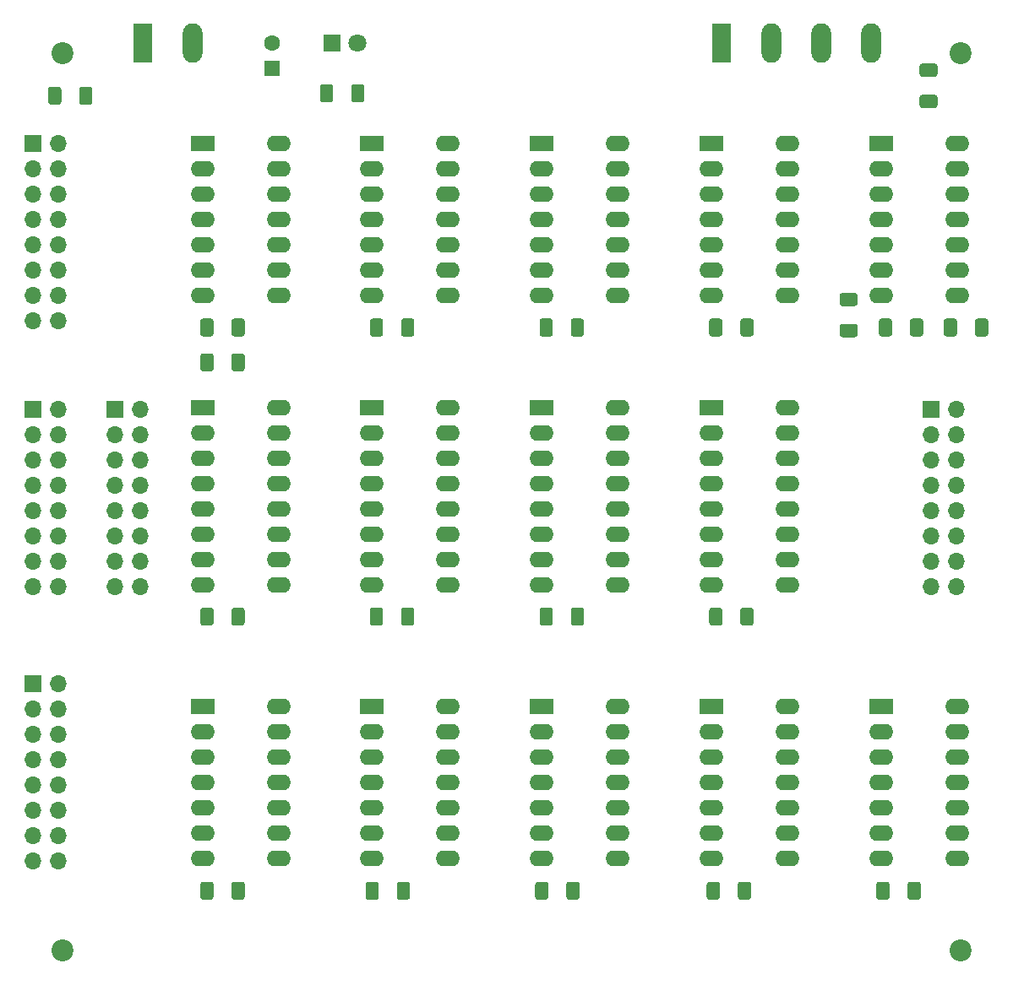
<source format=gbr>
%TF.GenerationSoftware,KiCad,Pcbnew,(5.1.9)-1*%
%TF.CreationDate,2022-02-24T19:51:09-05:00*%
%TF.ProjectId,exorcisortry2,65786f72-6369-4736-9f72-747279322e6b,rev?*%
%TF.SameCoordinates,Original*%
%TF.FileFunction,Soldermask,Top*%
%TF.FilePolarity,Negative*%
%FSLAX46Y46*%
G04 Gerber Fmt 4.6, Leading zero omitted, Abs format (unit mm)*
G04 Created by KiCad (PCBNEW (5.1.9)-1) date 2022-02-24 19:51:09*
%MOMM*%
%LPD*%
G01*
G04 APERTURE LIST*
%ADD10O,1.700000X1.700000*%
%ADD11R,1.700000X1.700000*%
%ADD12O,2.400000X1.600000*%
%ADD13R,2.400000X1.600000*%
%ADD14R,1.980000X3.960000*%
%ADD15O,1.980000X3.960000*%
%ADD16C,2.200000*%
%ADD17R,1.800000X1.800000*%
%ADD18C,1.800000*%
%ADD19C,1.600000*%
%ADD20R,1.600000X1.600000*%
G04 APERTURE END LIST*
D10*
%TO.C,J3*%
X144540000Y-90750000D03*
X144540000Y-93290000D03*
X144540000Y-95830000D03*
X144540000Y-98370000D03*
X144540000Y-100910000D03*
X144540000Y-103450000D03*
X144540000Y-105990000D03*
X144540000Y-108530000D03*
X142000000Y-108530000D03*
X142000000Y-105990000D03*
X142000000Y-103450000D03*
X142000000Y-100910000D03*
X142000000Y-98370000D03*
X142000000Y-95830000D03*
X142000000Y-93290000D03*
D11*
X142000000Y-90750000D03*
%TD*%
D10*
%TO.C,J3*%
X62790000Y-90750000D03*
X62790000Y-93290000D03*
X62790000Y-95830000D03*
X62790000Y-98370000D03*
X62790000Y-100910000D03*
X62790000Y-103450000D03*
X62790000Y-105990000D03*
X62790000Y-108530000D03*
X60250000Y-108530000D03*
X60250000Y-105990000D03*
X60250000Y-103450000D03*
X60250000Y-100910000D03*
X60250000Y-98370000D03*
X60250000Y-95830000D03*
X60250000Y-93290000D03*
D11*
X60250000Y-90750000D03*
%TD*%
%TO.C,C2*%
G36*
G01*
X54850000Y-58599998D02*
X54850000Y-59900002D01*
G75*
G02*
X54600002Y-60150000I-249998J0D01*
G01*
X53774998Y-60150000D01*
G75*
G02*
X53525000Y-59900002I0J249998D01*
G01*
X53525000Y-58599998D01*
G75*
G02*
X53774998Y-58350000I249998J0D01*
G01*
X54600002Y-58350000D01*
G75*
G02*
X54850000Y-58599998I0J-249998D01*
G01*
G37*
G36*
G01*
X57975000Y-58599998D02*
X57975000Y-59900002D01*
G75*
G02*
X57725002Y-60150000I-249998J0D01*
G01*
X56899998Y-60150000D01*
G75*
G02*
X56650000Y-59900002I0J249998D01*
G01*
X56650000Y-58599998D01*
G75*
G02*
X56899998Y-58350000I249998J0D01*
G01*
X57725002Y-58350000D01*
G75*
G02*
X57975000Y-58599998I0J-249998D01*
G01*
G37*
%TD*%
%TO.C,C6*%
G36*
G01*
X104100000Y-81849998D02*
X104100000Y-83150002D01*
G75*
G02*
X103850002Y-83400000I-249998J0D01*
G01*
X103024998Y-83400000D01*
G75*
G02*
X102775000Y-83150002I0J249998D01*
G01*
X102775000Y-81849998D01*
G75*
G02*
X103024998Y-81600000I249998J0D01*
G01*
X103850002Y-81600000D01*
G75*
G02*
X104100000Y-81849998I0J-249998D01*
G01*
G37*
G36*
G01*
X107225000Y-81849998D02*
X107225000Y-83150002D01*
G75*
G02*
X106975002Y-83400000I-249998J0D01*
G01*
X106149998Y-83400000D01*
G75*
G02*
X105900000Y-83150002I0J249998D01*
G01*
X105900000Y-81849998D01*
G75*
G02*
X106149998Y-81600000I249998J0D01*
G01*
X106975002Y-81600000D01*
G75*
G02*
X107225000Y-81849998I0J-249998D01*
G01*
G37*
%TD*%
D12*
%TO.C,UB5*%
X127620000Y-90500000D03*
X120000000Y-108280000D03*
X127620000Y-93040000D03*
X120000000Y-105740000D03*
X127620000Y-95580000D03*
X120000000Y-103200000D03*
X127620000Y-98120000D03*
X120000000Y-100660000D03*
X127620000Y-100660000D03*
X120000000Y-98120000D03*
X127620000Y-103200000D03*
X120000000Y-95580000D03*
X127620000Y-105740000D03*
X120000000Y-93040000D03*
X127620000Y-108280000D03*
D13*
X120000000Y-90500000D03*
%TD*%
D14*
%TO.C,J5*%
X121000000Y-54000000D03*
D15*
X126000000Y-54000000D03*
X136000000Y-54000000D03*
X131000000Y-54000000D03*
%TD*%
D16*
%TO.C,REF\u002A\u002A*%
X145000000Y-55000000D03*
%TD*%
D14*
%TO.C,J4*%
X63000000Y-54000000D03*
D15*
X68000000Y-54000000D03*
%TD*%
D10*
%TO.C,J2*%
X54540000Y-118220000D03*
X54540000Y-120760000D03*
X54540000Y-123300000D03*
X54540000Y-125840000D03*
X54540000Y-128380000D03*
X54540000Y-130920000D03*
X54540000Y-133460000D03*
X54540000Y-136000000D03*
X52000000Y-136000000D03*
X52000000Y-133460000D03*
X52000000Y-130920000D03*
X52000000Y-128380000D03*
X52000000Y-125840000D03*
X52000000Y-123300000D03*
X52000000Y-120760000D03*
D11*
X52000000Y-118220000D03*
%TD*%
D10*
%TO.C,J3*%
X54540000Y-90750000D03*
X54540000Y-93290000D03*
X54540000Y-95830000D03*
X54540000Y-98370000D03*
X54540000Y-100910000D03*
X54540000Y-103450000D03*
X54540000Y-105990000D03*
X54540000Y-108530000D03*
X52000000Y-108530000D03*
X52000000Y-105990000D03*
X52000000Y-103450000D03*
X52000000Y-100910000D03*
X52000000Y-98370000D03*
X52000000Y-95830000D03*
X52000000Y-93290000D03*
D11*
X52000000Y-90750000D03*
%TD*%
D10*
%TO.C,J1*%
X54540000Y-64000000D03*
X54540000Y-66540000D03*
X54540000Y-69080000D03*
X54540000Y-71620000D03*
X54540000Y-74160000D03*
X54540000Y-76700000D03*
X54540000Y-79240000D03*
X54540000Y-81780000D03*
X52000000Y-81780000D03*
X52000000Y-79240000D03*
X52000000Y-76700000D03*
X52000000Y-74160000D03*
X52000000Y-71620000D03*
X52000000Y-69080000D03*
X52000000Y-66540000D03*
D11*
X52000000Y-64000000D03*
%TD*%
D12*
%TO.C,UB3*%
X93620000Y-90500000D03*
X86000000Y-108280000D03*
X93620000Y-93040000D03*
X86000000Y-105740000D03*
X93620000Y-95580000D03*
X86000000Y-103200000D03*
X93620000Y-98120000D03*
X86000000Y-100660000D03*
X93620000Y-100660000D03*
X86000000Y-98120000D03*
X93620000Y-103200000D03*
X86000000Y-95580000D03*
X93620000Y-105740000D03*
X86000000Y-93040000D03*
X93620000Y-108280000D03*
D13*
X86000000Y-90500000D03*
%TD*%
D16*
%TO.C,REF\u002A\u002A*%
X145000000Y-145000000D03*
%TD*%
%TO.C,REF\u002A\u002A*%
X55000000Y-145000000D03*
%TD*%
%TO.C,REF\u002A\u002A*%
X55000000Y-55000000D03*
%TD*%
%TO.C,C17*%
G36*
G01*
X137850000Y-138349998D02*
X137850000Y-139650002D01*
G75*
G02*
X137600002Y-139900000I-249998J0D01*
G01*
X136774998Y-139900000D01*
G75*
G02*
X136525000Y-139650002I0J249998D01*
G01*
X136525000Y-138349998D01*
G75*
G02*
X136774998Y-138100000I249998J0D01*
G01*
X137600002Y-138100000D01*
G75*
G02*
X137850000Y-138349998I0J-249998D01*
G01*
G37*
G36*
G01*
X140975000Y-138349998D02*
X140975000Y-139650002D01*
G75*
G02*
X140725002Y-139900000I-249998J0D01*
G01*
X139899998Y-139900000D01*
G75*
G02*
X139650000Y-139650002I0J249998D01*
G01*
X139650000Y-138349998D01*
G75*
G02*
X139899998Y-138100000I249998J0D01*
G01*
X140725002Y-138100000D01*
G75*
G02*
X140975000Y-138349998I0J-249998D01*
G01*
G37*
%TD*%
%TO.C,C16*%
G36*
G01*
X120850000Y-138349998D02*
X120850000Y-139650002D01*
G75*
G02*
X120600002Y-139900000I-249998J0D01*
G01*
X119774998Y-139900000D01*
G75*
G02*
X119525000Y-139650002I0J249998D01*
G01*
X119525000Y-138349998D01*
G75*
G02*
X119774998Y-138100000I249998J0D01*
G01*
X120600002Y-138100000D01*
G75*
G02*
X120850000Y-138349998I0J-249998D01*
G01*
G37*
G36*
G01*
X123975000Y-138349998D02*
X123975000Y-139650002D01*
G75*
G02*
X123725002Y-139900000I-249998J0D01*
G01*
X122899998Y-139900000D01*
G75*
G02*
X122650000Y-139650002I0J249998D01*
G01*
X122650000Y-138349998D01*
G75*
G02*
X122899998Y-138100000I249998J0D01*
G01*
X123725002Y-138100000D01*
G75*
G02*
X123975000Y-138349998I0J-249998D01*
G01*
G37*
%TD*%
%TO.C,C15*%
G36*
G01*
X103662500Y-138349998D02*
X103662500Y-139650002D01*
G75*
G02*
X103412502Y-139900000I-249998J0D01*
G01*
X102587498Y-139900000D01*
G75*
G02*
X102337500Y-139650002I0J249998D01*
G01*
X102337500Y-138349998D01*
G75*
G02*
X102587498Y-138100000I249998J0D01*
G01*
X103412502Y-138100000D01*
G75*
G02*
X103662500Y-138349998I0J-249998D01*
G01*
G37*
G36*
G01*
X106787500Y-138349998D02*
X106787500Y-139650002D01*
G75*
G02*
X106537502Y-139900000I-249998J0D01*
G01*
X105712498Y-139900000D01*
G75*
G02*
X105462500Y-139650002I0J249998D01*
G01*
X105462500Y-138349998D01*
G75*
G02*
X105712498Y-138100000I249998J0D01*
G01*
X106537502Y-138100000D01*
G75*
G02*
X106787500Y-138349998I0J-249998D01*
G01*
G37*
%TD*%
%TO.C,C14*%
G36*
G01*
X86662500Y-138349998D02*
X86662500Y-139650002D01*
G75*
G02*
X86412502Y-139900000I-249998J0D01*
G01*
X85587498Y-139900000D01*
G75*
G02*
X85337500Y-139650002I0J249998D01*
G01*
X85337500Y-138349998D01*
G75*
G02*
X85587498Y-138100000I249998J0D01*
G01*
X86412502Y-138100000D01*
G75*
G02*
X86662500Y-138349998I0J-249998D01*
G01*
G37*
G36*
G01*
X89787500Y-138349998D02*
X89787500Y-139650002D01*
G75*
G02*
X89537502Y-139900000I-249998J0D01*
G01*
X88712498Y-139900000D01*
G75*
G02*
X88462500Y-139650002I0J249998D01*
G01*
X88462500Y-138349998D01*
G75*
G02*
X88712498Y-138100000I249998J0D01*
G01*
X89537502Y-138100000D01*
G75*
G02*
X89787500Y-138349998I0J-249998D01*
G01*
G37*
%TD*%
D12*
%TO.C,UA5*%
X127620000Y-120500000D03*
X120000000Y-135740000D03*
X127620000Y-123040000D03*
X120000000Y-133200000D03*
X127620000Y-125580000D03*
X120000000Y-130660000D03*
X127620000Y-128120000D03*
X120000000Y-128120000D03*
X127620000Y-130660000D03*
X120000000Y-125580000D03*
X127620000Y-133200000D03*
X120000000Y-123040000D03*
X127620000Y-135740000D03*
D13*
X120000000Y-120500000D03*
%TD*%
D12*
%TO.C,UC6*%
X144620000Y-64000000D03*
X137000000Y-79240000D03*
X144620000Y-66540000D03*
X137000000Y-76700000D03*
X144620000Y-69080000D03*
X137000000Y-74160000D03*
X144620000Y-71620000D03*
X137000000Y-71620000D03*
X144620000Y-74160000D03*
X137000000Y-69080000D03*
X144620000Y-76700000D03*
X137000000Y-66540000D03*
X144620000Y-79240000D03*
D13*
X137000000Y-64000000D03*
%TD*%
D12*
%TO.C,UC5*%
X127620000Y-64000000D03*
X120000000Y-79240000D03*
X127620000Y-66540000D03*
X120000000Y-76700000D03*
X127620000Y-69080000D03*
X120000000Y-74160000D03*
X127620000Y-71620000D03*
X120000000Y-71620000D03*
X127620000Y-74160000D03*
X120000000Y-69080000D03*
X127620000Y-76700000D03*
X120000000Y-66540000D03*
X127620000Y-79240000D03*
D13*
X120000000Y-64000000D03*
%TD*%
D12*
%TO.C,UC4*%
X110620000Y-64000000D03*
X103000000Y-79240000D03*
X110620000Y-66540000D03*
X103000000Y-76700000D03*
X110620000Y-69080000D03*
X103000000Y-74160000D03*
X110620000Y-71620000D03*
X103000000Y-71620000D03*
X110620000Y-74160000D03*
X103000000Y-69080000D03*
X110620000Y-76700000D03*
X103000000Y-66540000D03*
X110620000Y-79240000D03*
D13*
X103000000Y-64000000D03*
%TD*%
D12*
%TO.C,UC3*%
X76620000Y-64000000D03*
X69000000Y-79240000D03*
X76620000Y-66540000D03*
X69000000Y-76700000D03*
X76620000Y-69080000D03*
X69000000Y-74160000D03*
X76620000Y-71620000D03*
X69000000Y-71620000D03*
X76620000Y-74160000D03*
X69000000Y-69080000D03*
X76620000Y-76700000D03*
X69000000Y-66540000D03*
X76620000Y-79240000D03*
D13*
X69000000Y-64000000D03*
%TD*%
D12*
%TO.C,UC2*%
X93620000Y-64000000D03*
X86000000Y-79240000D03*
X93620000Y-66540000D03*
X86000000Y-76700000D03*
X93620000Y-69080000D03*
X86000000Y-74160000D03*
X93620000Y-71620000D03*
X86000000Y-71620000D03*
X93620000Y-74160000D03*
X86000000Y-69080000D03*
X93620000Y-76700000D03*
X86000000Y-66540000D03*
X93620000Y-79240000D03*
D13*
X86000000Y-64000000D03*
%TD*%
D12*
%TO.C,UB4*%
X110620000Y-90500000D03*
X103000000Y-108280000D03*
X110620000Y-93040000D03*
X103000000Y-105740000D03*
X110620000Y-95580000D03*
X103000000Y-103200000D03*
X110620000Y-98120000D03*
X103000000Y-100660000D03*
X110620000Y-100660000D03*
X103000000Y-98120000D03*
X110620000Y-103200000D03*
X103000000Y-95580000D03*
X110620000Y-105740000D03*
X103000000Y-93040000D03*
X110620000Y-108280000D03*
D13*
X103000000Y-90500000D03*
%TD*%
D12*
%TO.C,UB2*%
X76620000Y-90500000D03*
X69000000Y-108280000D03*
X76620000Y-93040000D03*
X69000000Y-105740000D03*
X76620000Y-95580000D03*
X69000000Y-103200000D03*
X76620000Y-98120000D03*
X69000000Y-100660000D03*
X76620000Y-100660000D03*
X69000000Y-98120000D03*
X76620000Y-103200000D03*
X69000000Y-95580000D03*
X76620000Y-105740000D03*
X69000000Y-93040000D03*
X76620000Y-108280000D03*
D13*
X69000000Y-90500000D03*
%TD*%
%TO.C,UA6*%
X137000000Y-120500000D03*
D12*
X144620000Y-135740000D03*
X137000000Y-123040000D03*
X144620000Y-133200000D03*
X137000000Y-125580000D03*
X144620000Y-130660000D03*
X137000000Y-128120000D03*
X144620000Y-128120000D03*
X137000000Y-130660000D03*
X144620000Y-125580000D03*
X137000000Y-133200000D03*
X144620000Y-123040000D03*
X137000000Y-135740000D03*
X144620000Y-120500000D03*
%TD*%
%TO.C,UA4*%
X110620000Y-120500000D03*
X103000000Y-135740000D03*
X110620000Y-123040000D03*
X103000000Y-133200000D03*
X110620000Y-125580000D03*
X103000000Y-130660000D03*
X110620000Y-128120000D03*
X103000000Y-128120000D03*
X110620000Y-130660000D03*
X103000000Y-125580000D03*
X110620000Y-133200000D03*
X103000000Y-123040000D03*
X110620000Y-135740000D03*
D13*
X103000000Y-120500000D03*
%TD*%
D12*
%TO.C,UA3*%
X93620000Y-120500000D03*
X86000000Y-135740000D03*
X93620000Y-123040000D03*
X86000000Y-133200000D03*
X93620000Y-125580000D03*
X86000000Y-130660000D03*
X93620000Y-128120000D03*
X86000000Y-128120000D03*
X93620000Y-130660000D03*
X86000000Y-125580000D03*
X93620000Y-133200000D03*
X86000000Y-123040000D03*
X93620000Y-135740000D03*
D13*
X86000000Y-120500000D03*
%TD*%
D12*
%TO.C,UA2*%
X76620000Y-120500000D03*
X69000000Y-135740000D03*
X76620000Y-123040000D03*
X69000000Y-133200000D03*
X76620000Y-125580000D03*
X69000000Y-130660000D03*
X76620000Y-128120000D03*
X69000000Y-128120000D03*
X76620000Y-130660000D03*
X69000000Y-125580000D03*
X76620000Y-133200000D03*
X69000000Y-123040000D03*
X76620000Y-135740000D03*
D13*
X69000000Y-120500000D03*
%TD*%
%TO.C,R5*%
G36*
G01*
X80775000Y-59650002D02*
X80775000Y-58349998D01*
G75*
G02*
X81024998Y-58100000I249998J0D01*
G01*
X81850002Y-58100000D01*
G75*
G02*
X82100000Y-58349998I0J-249998D01*
G01*
X82100000Y-59650002D01*
G75*
G02*
X81850002Y-59900000I-249998J0D01*
G01*
X81024998Y-59900000D01*
G75*
G02*
X80775000Y-59650002I0J249998D01*
G01*
G37*
G36*
G01*
X83900000Y-59650002D02*
X83900000Y-58349998D01*
G75*
G02*
X84149998Y-58100000I249998J0D01*
G01*
X84975002Y-58100000D01*
G75*
G02*
X85225000Y-58349998I0J-249998D01*
G01*
X85225000Y-59650002D01*
G75*
G02*
X84975002Y-59900000I-249998J0D01*
G01*
X84149998Y-59900000D01*
G75*
G02*
X83900000Y-59650002I0J249998D01*
G01*
G37*
%TD*%
%TO.C,R4*%
G36*
G01*
X143275000Y-83150002D02*
X143275000Y-81849998D01*
G75*
G02*
X143524998Y-81600000I249998J0D01*
G01*
X144350002Y-81600000D01*
G75*
G02*
X144600000Y-81849998I0J-249998D01*
G01*
X144600000Y-83150002D01*
G75*
G02*
X144350002Y-83400000I-249998J0D01*
G01*
X143524998Y-83400000D01*
G75*
G02*
X143275000Y-83150002I0J249998D01*
G01*
G37*
G36*
G01*
X146400000Y-83150002D02*
X146400000Y-81849998D01*
G75*
G02*
X146649998Y-81600000I249998J0D01*
G01*
X147475002Y-81600000D01*
G75*
G02*
X147725000Y-81849998I0J-249998D01*
G01*
X147725000Y-83150002D01*
G75*
G02*
X147475002Y-83400000I-249998J0D01*
G01*
X146649998Y-83400000D01*
G75*
G02*
X146400000Y-83150002I0J249998D01*
G01*
G37*
%TD*%
%TO.C,R3*%
G36*
G01*
X142400002Y-60475000D02*
X141099998Y-60475000D01*
G75*
G02*
X140850000Y-60225002I0J249998D01*
G01*
X140850000Y-59399998D01*
G75*
G02*
X141099998Y-59150000I249998J0D01*
G01*
X142400002Y-59150000D01*
G75*
G02*
X142650000Y-59399998I0J-249998D01*
G01*
X142650000Y-60225002D01*
G75*
G02*
X142400002Y-60475000I-249998J0D01*
G01*
G37*
G36*
G01*
X142400002Y-57350000D02*
X141099998Y-57350000D01*
G75*
G02*
X140850000Y-57100002I0J249998D01*
G01*
X140850000Y-56274998D01*
G75*
G02*
X141099998Y-56025000I249998J0D01*
G01*
X142400002Y-56025000D01*
G75*
G02*
X142650000Y-56274998I0J-249998D01*
G01*
X142650000Y-57100002D01*
G75*
G02*
X142400002Y-57350000I-249998J0D01*
G01*
G37*
%TD*%
%TO.C,R2*%
G36*
G01*
X71900000Y-86650002D02*
X71900000Y-85349998D01*
G75*
G02*
X72149998Y-85100000I249998J0D01*
G01*
X72975002Y-85100000D01*
G75*
G02*
X73225000Y-85349998I0J-249998D01*
G01*
X73225000Y-86650002D01*
G75*
G02*
X72975002Y-86900000I-249998J0D01*
G01*
X72149998Y-86900000D01*
G75*
G02*
X71900000Y-86650002I0J249998D01*
G01*
G37*
G36*
G01*
X68775000Y-86650002D02*
X68775000Y-85349998D01*
G75*
G02*
X69024998Y-85100000I249998J0D01*
G01*
X69850002Y-85100000D01*
G75*
G02*
X70100000Y-85349998I0J-249998D01*
G01*
X70100000Y-86650002D01*
G75*
G02*
X69850002Y-86900000I-249998J0D01*
G01*
X69024998Y-86900000D01*
G75*
G02*
X68775000Y-86650002I0J249998D01*
G01*
G37*
%TD*%
%TO.C,R1*%
G36*
G01*
X134400002Y-83475000D02*
X133099998Y-83475000D01*
G75*
G02*
X132850000Y-83225002I0J249998D01*
G01*
X132850000Y-82399998D01*
G75*
G02*
X133099998Y-82150000I249998J0D01*
G01*
X134400002Y-82150000D01*
G75*
G02*
X134650000Y-82399998I0J-249998D01*
G01*
X134650000Y-83225002D01*
G75*
G02*
X134400002Y-83475000I-249998J0D01*
G01*
G37*
G36*
G01*
X134400002Y-80350000D02*
X133099998Y-80350000D01*
G75*
G02*
X132850000Y-80100002I0J249998D01*
G01*
X132850000Y-79274998D01*
G75*
G02*
X133099998Y-79025000I249998J0D01*
G01*
X134400002Y-79025000D01*
G75*
G02*
X134650000Y-79274998I0J-249998D01*
G01*
X134650000Y-80100002D01*
G75*
G02*
X134400002Y-80350000I-249998J0D01*
G01*
G37*
%TD*%
D17*
%TO.C,D1*%
X82000000Y-54000000D03*
D18*
X84540000Y-54000000D03*
%TD*%
%TO.C,C13*%
G36*
G01*
X70100000Y-138349998D02*
X70100000Y-139650002D01*
G75*
G02*
X69850002Y-139900000I-249998J0D01*
G01*
X69024998Y-139900000D01*
G75*
G02*
X68775000Y-139650002I0J249998D01*
G01*
X68775000Y-138349998D01*
G75*
G02*
X69024998Y-138100000I249998J0D01*
G01*
X69850002Y-138100000D01*
G75*
G02*
X70100000Y-138349998I0J-249998D01*
G01*
G37*
G36*
G01*
X73225000Y-138349998D02*
X73225000Y-139650002D01*
G75*
G02*
X72975002Y-139900000I-249998J0D01*
G01*
X72149998Y-139900000D01*
G75*
G02*
X71900000Y-139650002I0J249998D01*
G01*
X71900000Y-138349998D01*
G75*
G02*
X72149998Y-138100000I249998J0D01*
G01*
X72975002Y-138100000D01*
G75*
G02*
X73225000Y-138349998I0J-249998D01*
G01*
G37*
%TD*%
%TO.C,C12*%
G36*
G01*
X121100000Y-110849998D02*
X121100000Y-112150002D01*
G75*
G02*
X120850002Y-112400000I-249998J0D01*
G01*
X120024998Y-112400000D01*
G75*
G02*
X119775000Y-112150002I0J249998D01*
G01*
X119775000Y-110849998D01*
G75*
G02*
X120024998Y-110600000I249998J0D01*
G01*
X120850002Y-110600000D01*
G75*
G02*
X121100000Y-110849998I0J-249998D01*
G01*
G37*
G36*
G01*
X124225000Y-110849998D02*
X124225000Y-112150002D01*
G75*
G02*
X123975002Y-112400000I-249998J0D01*
G01*
X123149998Y-112400000D01*
G75*
G02*
X122900000Y-112150002I0J249998D01*
G01*
X122900000Y-110849998D01*
G75*
G02*
X123149998Y-110600000I249998J0D01*
G01*
X123975002Y-110600000D01*
G75*
G02*
X124225000Y-110849998I0J-249998D01*
G01*
G37*
%TD*%
%TO.C,C11*%
G36*
G01*
X104100000Y-110849998D02*
X104100000Y-112150002D01*
G75*
G02*
X103850002Y-112400000I-249998J0D01*
G01*
X103024998Y-112400000D01*
G75*
G02*
X102775000Y-112150002I0J249998D01*
G01*
X102775000Y-110849998D01*
G75*
G02*
X103024998Y-110600000I249998J0D01*
G01*
X103850002Y-110600000D01*
G75*
G02*
X104100000Y-110849998I0J-249998D01*
G01*
G37*
G36*
G01*
X107225000Y-110849998D02*
X107225000Y-112150002D01*
G75*
G02*
X106975002Y-112400000I-249998J0D01*
G01*
X106149998Y-112400000D01*
G75*
G02*
X105900000Y-112150002I0J249998D01*
G01*
X105900000Y-110849998D01*
G75*
G02*
X106149998Y-110600000I249998J0D01*
G01*
X106975002Y-110600000D01*
G75*
G02*
X107225000Y-110849998I0J-249998D01*
G01*
G37*
%TD*%
%TO.C,C10*%
G36*
G01*
X87100000Y-110849998D02*
X87100000Y-112150002D01*
G75*
G02*
X86850002Y-112400000I-249998J0D01*
G01*
X86024998Y-112400000D01*
G75*
G02*
X85775000Y-112150002I0J249998D01*
G01*
X85775000Y-110849998D01*
G75*
G02*
X86024998Y-110600000I249998J0D01*
G01*
X86850002Y-110600000D01*
G75*
G02*
X87100000Y-110849998I0J-249998D01*
G01*
G37*
G36*
G01*
X90225000Y-110849998D02*
X90225000Y-112150002D01*
G75*
G02*
X89975002Y-112400000I-249998J0D01*
G01*
X89149998Y-112400000D01*
G75*
G02*
X88900000Y-112150002I0J249998D01*
G01*
X88900000Y-110849998D01*
G75*
G02*
X89149998Y-110600000I249998J0D01*
G01*
X89975002Y-110600000D01*
G75*
G02*
X90225000Y-110849998I0J-249998D01*
G01*
G37*
%TD*%
%TO.C,C9*%
G36*
G01*
X70100000Y-110849998D02*
X70100000Y-112150002D01*
G75*
G02*
X69850002Y-112400000I-249998J0D01*
G01*
X69024998Y-112400000D01*
G75*
G02*
X68775000Y-112150002I0J249998D01*
G01*
X68775000Y-110849998D01*
G75*
G02*
X69024998Y-110600000I249998J0D01*
G01*
X69850002Y-110600000D01*
G75*
G02*
X70100000Y-110849998I0J-249998D01*
G01*
G37*
G36*
G01*
X73225000Y-110849998D02*
X73225000Y-112150002D01*
G75*
G02*
X72975002Y-112400000I-249998J0D01*
G01*
X72149998Y-112400000D01*
G75*
G02*
X71900000Y-112150002I0J249998D01*
G01*
X71900000Y-110849998D01*
G75*
G02*
X72149998Y-110600000I249998J0D01*
G01*
X72975002Y-110600000D01*
G75*
G02*
X73225000Y-110849998I0J-249998D01*
G01*
G37*
%TD*%
%TO.C,C8*%
G36*
G01*
X141225000Y-81849998D02*
X141225000Y-83150002D01*
G75*
G02*
X140975002Y-83400000I-249998J0D01*
G01*
X140149998Y-83400000D01*
G75*
G02*
X139900000Y-83150002I0J249998D01*
G01*
X139900000Y-81849998D01*
G75*
G02*
X140149998Y-81600000I249998J0D01*
G01*
X140975002Y-81600000D01*
G75*
G02*
X141225000Y-81849998I0J-249998D01*
G01*
G37*
G36*
G01*
X138100000Y-81849998D02*
X138100000Y-83150002D01*
G75*
G02*
X137850002Y-83400000I-249998J0D01*
G01*
X137024998Y-83400000D01*
G75*
G02*
X136775000Y-83150002I0J249998D01*
G01*
X136775000Y-81849998D01*
G75*
G02*
X137024998Y-81600000I249998J0D01*
G01*
X137850002Y-81600000D01*
G75*
G02*
X138100000Y-81849998I0J-249998D01*
G01*
G37*
%TD*%
%TO.C,C7*%
G36*
G01*
X121100000Y-81849998D02*
X121100000Y-83150002D01*
G75*
G02*
X120850002Y-83400000I-249998J0D01*
G01*
X120024998Y-83400000D01*
G75*
G02*
X119775000Y-83150002I0J249998D01*
G01*
X119775000Y-81849998D01*
G75*
G02*
X120024998Y-81600000I249998J0D01*
G01*
X120850002Y-81600000D01*
G75*
G02*
X121100000Y-81849998I0J-249998D01*
G01*
G37*
G36*
G01*
X124225000Y-81849998D02*
X124225000Y-83150002D01*
G75*
G02*
X123975002Y-83400000I-249998J0D01*
G01*
X123149998Y-83400000D01*
G75*
G02*
X122900000Y-83150002I0J249998D01*
G01*
X122900000Y-81849998D01*
G75*
G02*
X123149998Y-81600000I249998J0D01*
G01*
X123975002Y-81600000D01*
G75*
G02*
X124225000Y-81849998I0J-249998D01*
G01*
G37*
%TD*%
%TO.C,C5*%
G36*
G01*
X87100000Y-81849998D02*
X87100000Y-83150002D01*
G75*
G02*
X86850002Y-83400000I-249998J0D01*
G01*
X86024998Y-83400000D01*
G75*
G02*
X85775000Y-83150002I0J249998D01*
G01*
X85775000Y-81849998D01*
G75*
G02*
X86024998Y-81600000I249998J0D01*
G01*
X86850002Y-81600000D01*
G75*
G02*
X87100000Y-81849998I0J-249998D01*
G01*
G37*
G36*
G01*
X90225000Y-81849998D02*
X90225000Y-83150002D01*
G75*
G02*
X89975002Y-83400000I-249998J0D01*
G01*
X89149998Y-83400000D01*
G75*
G02*
X88900000Y-83150002I0J249998D01*
G01*
X88900000Y-81849998D01*
G75*
G02*
X89149998Y-81600000I249998J0D01*
G01*
X89975002Y-81600000D01*
G75*
G02*
X90225000Y-81849998I0J-249998D01*
G01*
G37*
%TD*%
%TO.C,C4*%
G36*
G01*
X70100000Y-81849998D02*
X70100000Y-83150002D01*
G75*
G02*
X69850002Y-83400000I-249998J0D01*
G01*
X69024998Y-83400000D01*
G75*
G02*
X68775000Y-83150002I0J249998D01*
G01*
X68775000Y-81849998D01*
G75*
G02*
X69024998Y-81600000I249998J0D01*
G01*
X69850002Y-81600000D01*
G75*
G02*
X70100000Y-81849998I0J-249998D01*
G01*
G37*
G36*
G01*
X73225000Y-81849998D02*
X73225000Y-83150002D01*
G75*
G02*
X72975002Y-83400000I-249998J0D01*
G01*
X72149998Y-83400000D01*
G75*
G02*
X71900000Y-83150002I0J249998D01*
G01*
X71900000Y-81849998D01*
G75*
G02*
X72149998Y-81600000I249998J0D01*
G01*
X72975002Y-81600000D01*
G75*
G02*
X73225000Y-81849998I0J-249998D01*
G01*
G37*
%TD*%
D19*
%TO.C,C3*%
X76000000Y-54000000D03*
D20*
X76000000Y-56500000D03*
%TD*%
M02*

</source>
